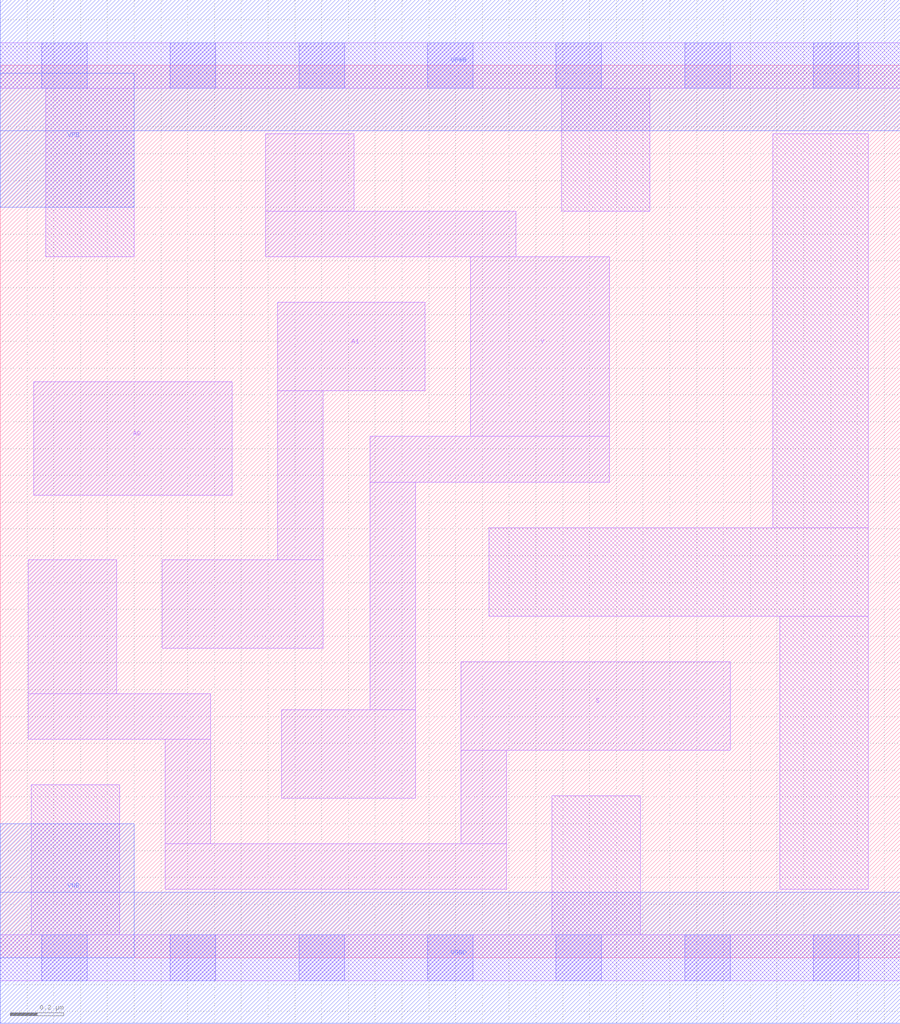
<source format=lef>
# Copyright 2020 The SkyWater PDK Authors
#
# Licensed under the Apache License, Version 2.0 (the "License");
# you may not use this file except in compliance with the License.
# You may obtain a copy of the License at
#
#     https://www.apache.org/licenses/LICENSE-2.0
#
# Unless required by applicable law or agreed to in writing, software
# distributed under the License is distributed on an "AS IS" BASIS,
# WITHOUT WARRANTIES OR CONDITIONS OF ANY KIND, either express or implied.
# See the License for the specific language governing permissions and
# limitations under the License.
#
# SPDX-License-Identifier: Apache-2.0

VERSION 5.5 ;
NAMESCASESENSITIVE ON ;
BUSBITCHARS "[]" ;
DIVIDERCHAR "/" ;
MACRO sky130_fd_sc_lp__mux2i_lp
  CLASS CORE ;
  SOURCE USER ;
  ORIGIN  0.000000  0.000000 ;
  SIZE  3.360000 BY  3.330000 ;
  SYMMETRY X Y R90 ;
  SITE unit ;
  PIN A0
    ANTENNAGATEAREA  0.126000 ;
    DIRECTION INPUT ;
    USE SIGNAL ;
    PORT
      LAYER li1 ;
        RECT 0.125000 1.725000 0.865000 2.150000 ;
    END
  END A0
  PIN A1
    ANTENNAGATEAREA  0.126000 ;
    DIRECTION INPUT ;
    USE SIGNAL ;
    PORT
      LAYER li1 ;
        RECT 0.605000 1.155000 1.205000 1.485000 ;
        RECT 1.035000 1.485000 1.205000 2.115000 ;
        RECT 1.035000 2.115000 1.585000 2.445000 ;
    END
  END A1
  PIN S
    ANTENNAGATEAREA  0.378000 ;
    DIRECTION INPUT ;
    USE SIGNAL ;
    PORT
      LAYER li1 ;
        RECT 0.105000 0.815000 0.785000 0.985000 ;
        RECT 0.105000 0.985000 0.435000 1.485000 ;
        RECT 0.615000 0.255000 1.890000 0.425000 ;
        RECT 0.615000 0.425000 0.785000 0.815000 ;
        RECT 1.720000 0.425000 1.890000 0.775000 ;
        RECT 1.720000 0.775000 2.725000 1.105000 ;
    END
  END S
  PIN Y
    ANTENNADIFFAREA  0.401400 ;
    DIRECTION OUTPUT ;
    USE SIGNAL ;
    PORT
      LAYER li1 ;
        RECT 0.990000 2.615000 1.925000 2.785000 ;
        RECT 0.990000 2.785000 1.320000 3.075000 ;
        RECT 1.050000 0.595000 1.550000 0.925000 ;
        RECT 1.380000 0.925000 1.550000 1.775000 ;
        RECT 1.380000 1.775000 2.275000 1.945000 ;
        RECT 1.755000 1.945000 2.275000 2.615000 ;
    END
  END Y
  PIN VGND
    DIRECTION INOUT ;
    USE GROUND ;
    PORT
      LAYER met1 ;
        RECT 0.000000 -0.245000 3.360000 0.245000 ;
    END
  END VGND
  PIN VNB
    DIRECTION INOUT ;
    USE GROUND ;
    PORT
      LAYER met1 ;
        RECT 0.000000 0.000000 0.500000 0.500000 ;
    END
  END VNB
  PIN VPB
    DIRECTION INOUT ;
    USE POWER ;
    PORT
      LAYER met1 ;
        RECT 0.000000 2.800000 0.500000 3.300000 ;
    END
  END VPB
  PIN VPWR
    DIRECTION INOUT ;
    USE POWER ;
    PORT
      LAYER met1 ;
        RECT 0.000000 3.085000 3.360000 3.575000 ;
    END
  END VPWR
  OBS
    LAYER li1 ;
      RECT 0.000000 -0.085000 3.360000 0.085000 ;
      RECT 0.000000  3.245000 3.360000 3.415000 ;
      RECT 0.115000  0.085000 0.445000 0.645000 ;
      RECT 0.170000  2.615000 0.500000 3.245000 ;
      RECT 1.825000  1.275000 3.240000 1.605000 ;
      RECT 2.060000  0.085000 2.390000 0.605000 ;
      RECT 2.095000  2.785000 2.425000 3.245000 ;
      RECT 2.885000  1.605000 3.240000 3.075000 ;
      RECT 2.910000  0.255000 3.240000 1.275000 ;
    LAYER mcon ;
      RECT 0.155000 -0.085000 0.325000 0.085000 ;
      RECT 0.155000  3.245000 0.325000 3.415000 ;
      RECT 0.635000 -0.085000 0.805000 0.085000 ;
      RECT 0.635000  3.245000 0.805000 3.415000 ;
      RECT 1.115000 -0.085000 1.285000 0.085000 ;
      RECT 1.115000  3.245000 1.285000 3.415000 ;
      RECT 1.595000 -0.085000 1.765000 0.085000 ;
      RECT 1.595000  3.245000 1.765000 3.415000 ;
      RECT 2.075000 -0.085000 2.245000 0.085000 ;
      RECT 2.075000  3.245000 2.245000 3.415000 ;
      RECT 2.555000 -0.085000 2.725000 0.085000 ;
      RECT 2.555000  3.245000 2.725000 3.415000 ;
      RECT 3.035000 -0.085000 3.205000 0.085000 ;
      RECT 3.035000  3.245000 3.205000 3.415000 ;
  END
END sky130_fd_sc_lp__mux2i_lp
END LIBRARY

</source>
